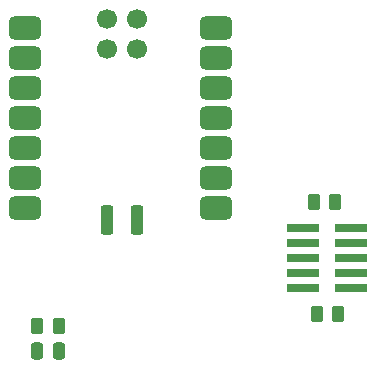
<source format=gbr>
%TF.GenerationSoftware,KiCad,Pcbnew,8.0.8*%
%TF.CreationDate,2025-05-27T15:32:41+02:00*%
%TF.ProjectId,gFocus,67466f63-7573-42e6-9b69-6361645f7063,rev?*%
%TF.SameCoordinates,Original*%
%TF.FileFunction,Paste,Top*%
%TF.FilePolarity,Positive*%
%FSLAX46Y46*%
G04 Gerber Fmt 4.6, Leading zero omitted, Abs format (unit mm)*
G04 Created by KiCad (PCBNEW 8.0.8) date 2025-05-27 15:32:41*
%MOMM*%
%LPD*%
G01*
G04 APERTURE LIST*
G04 Aperture macros list*
%AMRoundRect*
0 Rectangle with rounded corners*
0 $1 Rounding radius*
0 $2 $3 $4 $5 $6 $7 $8 $9 X,Y pos of 4 corners*
0 Add a 4 corners polygon primitive as box body*
4,1,4,$2,$3,$4,$5,$6,$7,$8,$9,$2,$3,0*
0 Add four circle primitives for the rounded corners*
1,1,$1+$1,$2,$3*
1,1,$1+$1,$4,$5*
1,1,$1+$1,$6,$7*
1,1,$1+$1,$8,$9*
0 Add four rect primitives between the rounded corners*
20,1,$1+$1,$2,$3,$4,$5,0*
20,1,$1+$1,$4,$5,$6,$7,0*
20,1,$1+$1,$6,$7,$8,$9,0*
20,1,$1+$1,$8,$9,$2,$3,0*%
G04 Aperture macros list end*
%ADD10RoundRect,0.500000X-0.875000X-0.500000X0.875000X-0.500000X0.875000X0.500000X-0.875000X0.500000X0*%
%ADD11RoundRect,0.275000X0.275000X-0.975000X0.275000X0.975000X-0.275000X0.975000X-0.275000X-0.975000X0*%
%ADD12C,1.700000*%
%ADD13RoundRect,0.250000X0.262500X0.450000X-0.262500X0.450000X-0.262500X-0.450000X0.262500X-0.450000X0*%
%ADD14R,2.790000X0.740000*%
%ADD15RoundRect,0.250000X-0.262500X-0.450000X0.262500X-0.450000X0.262500X0.450000X-0.262500X0.450000X0*%
%ADD16RoundRect,0.250000X0.250000X0.475000X-0.250000X0.475000X-0.250000X-0.475000X0.250000X-0.475000X0*%
G04 APERTURE END LIST*
D10*
%TO.C,U7*%
X137812006Y-78280000D03*
X137812006Y-80820000D03*
X137812006Y-83360000D03*
X137812006Y-85900000D03*
X137812006Y-88440000D03*
X137812006Y-90980000D03*
X137812006Y-93520000D03*
X153977006Y-93520000D03*
X153977006Y-90980000D03*
X153977006Y-88440000D03*
X153977006Y-85900000D03*
X153977006Y-83360000D03*
X153977006Y-80820000D03*
X153977006Y-78280000D03*
D11*
X144724006Y-94539700D03*
X147264006Y-94539700D03*
D12*
X144724006Y-77521700D03*
X147264006Y-77521700D03*
X144724006Y-80061700D03*
X147264006Y-80061700D03*
%TD*%
D13*
%TO.C,R7*%
X162225000Y-93025000D03*
X164050000Y-93025000D03*
%TD*%
D14*
%TO.C,J1*%
X161337500Y-95195000D03*
X165407500Y-95195000D03*
X161337500Y-96465000D03*
X165407500Y-96465000D03*
X161337500Y-97735000D03*
X165407500Y-97735000D03*
X161337500Y-99005000D03*
X165407500Y-99005000D03*
X161337500Y-100275000D03*
X165407500Y-100275000D03*
%TD*%
D13*
%TO.C,R6*%
X162475000Y-102500000D03*
X164300000Y-102500000D03*
%TD*%
D15*
%TO.C,R5*%
X138825000Y-103500000D03*
X140650000Y-103500000D03*
%TD*%
D16*
%TO.C,C15*%
X140700000Y-105600000D03*
X138800000Y-105600000D03*
%TD*%
M02*

</source>
